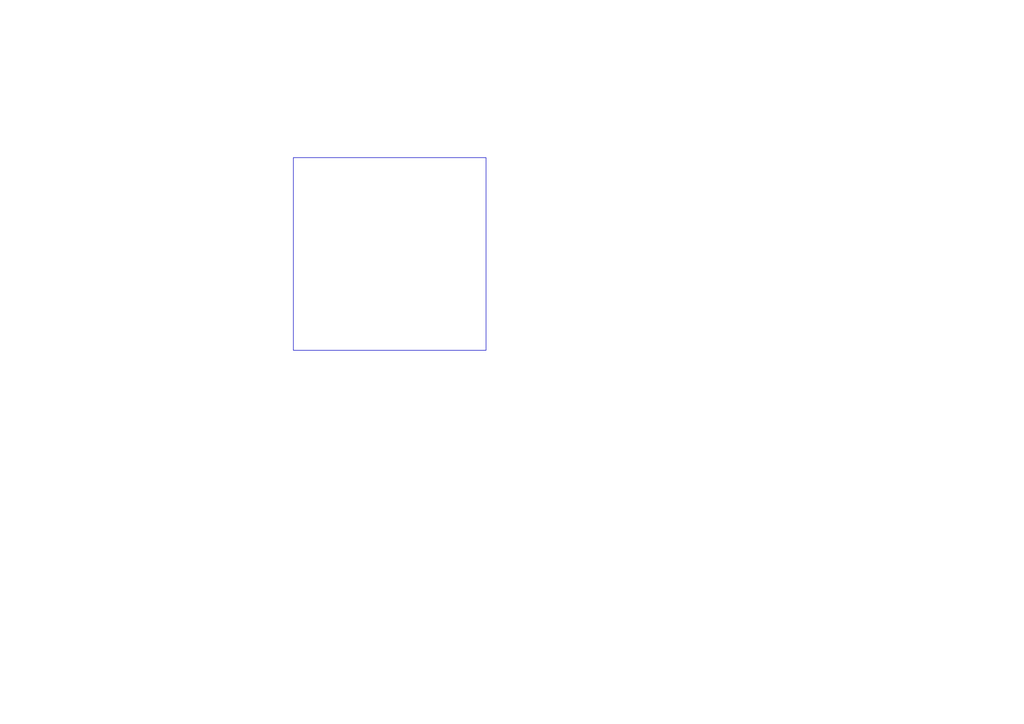
<source format=kicad_sch>
(kicad_sch (version 20230121) (generator eeschema)

  (uuid 01bb61ae-3ecd-4729-b65f-1fc52ef57f95)

  (paper "A4")

  (lib_symbols
  )


  (rectangle (start 85.09 45.72) (end 140.97 101.6)
    (stroke (width 0) (type default))
    (fill (type none))
    (uuid 6b0b0567-bb1f-4210-8263-64a531bca861)
  )
)

</source>
